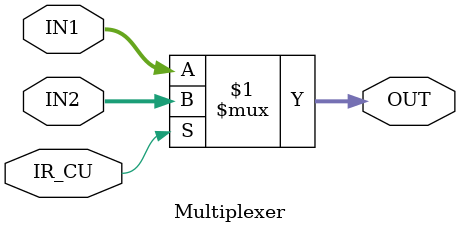
<source format=v>
module Multiplexer(input [31:0] IN1,IN2,input IR_CU,output [31:0] OUT);
assign OUT = IR_CU ? IN2 : IN1 ; 
endmodule
</source>
